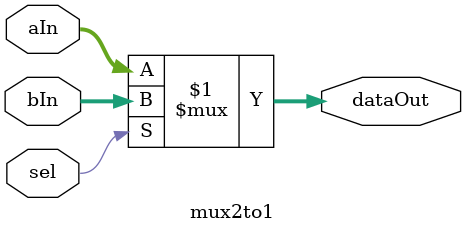
<source format=v>
`timescale 1ns / 1ps

module mux2to1 # (parameter PERM_WIDTH = 8) (aIn, bIn, sel, dataOut);

input 	[PERM_WIDTH-1:0] aIn, bIn; 
input                    sel;
output 	[PERM_WIDTH-1:0] dataOut;

// sel =	1: dataOut = bIn; 
// sel =	0: dataOut = aIn;
assign dataOut = sel ? bIn : aIn; 

endmodule
</source>
